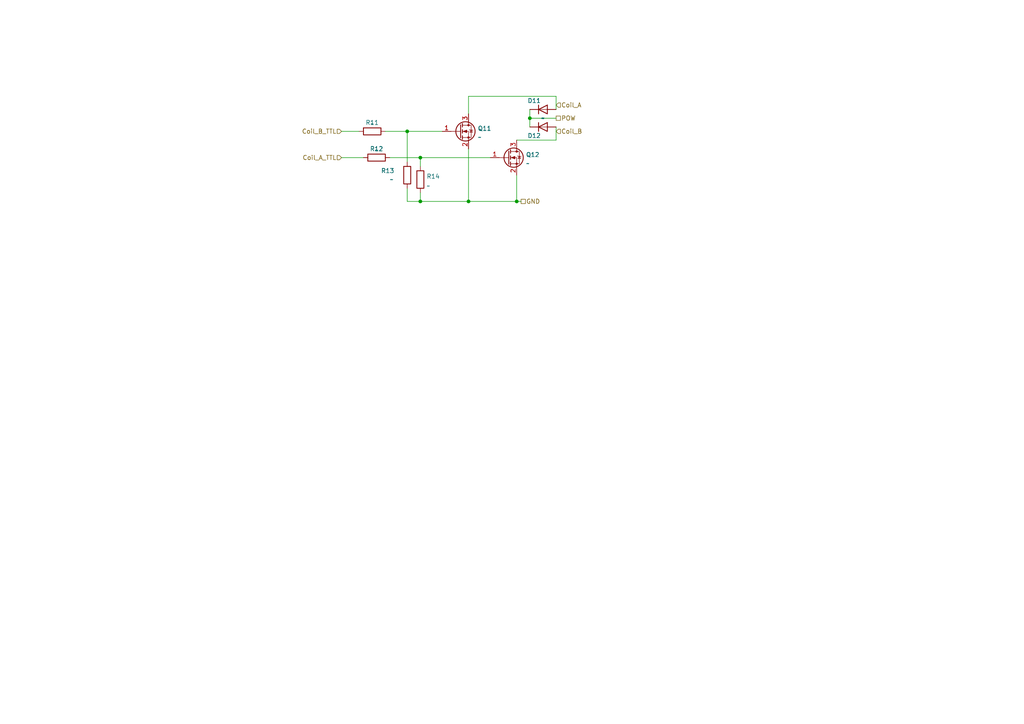
<source format=kicad_sch>
(kicad_sch (version 20230121) (generator eeschema)
  (paper "A4")
  (lib_symbols
    (symbol "Device:D" (pin_numbers hide) (pin_names (offset 1.016) hide)
      (property "Reference" "D" (at 0 2.54 0))
      (property "Value" "D" (at 0 -2.54 0))
      (symbol "D_0_1"
        (polyline (pts (xy -1.27 1.27) (xy -1.27 -1.27)) (stroke (width 0.254)))
        (polyline (pts (xy 1.27 0) (xy -1.27 0)))
        (polyline (pts (xy 1.27 1.27) (xy 1.27 -1.27) (xy -1.27 0) (xy 1.27 1.27)) (stroke (width 0.254)))
      )
      (symbol "D_1_1"
        (pin passive line (at -3.81 0 0) (length 2.54) (name "K") (number "1"))
        (pin passive line (at 3.81 0 180) (length 2.54) (name "A") (number "2"))
      )
    )
    (symbol "Device:R" (pin_numbers hide) (pin_names (offset 0))
      (property "Reference" "R" (at 2.032 0 90))
      (property "Value" "R" (at 0 0 90))
      (symbol "R_0_1"
        (rectangle (start -1.016 -2.54) (end 1.016 2.54) (stroke (width 0.254)))
      )
      (symbol "R_1_1"
        (pin passive line (at 0 3.81 270) (length 1.27) (name "~") (number "1"))
        (pin passive line (at 0 -3.81 90) (length 1.27) (name "~") (number "2"))
      )
    )
    (symbol "Transistor_FET:AO3400A" (pin_names hide)
      (property "Reference" "Q" (at 5.08 1.905 0))
      (property "Value" "AO3400A" (at 5.08 0 0))
      (symbol "AO3400A_0_1"
        (polyline (pts (xy 0.254 0) (xy -2.54 0)))
        (polyline (pts (xy 0.254 1.905) (xy 0.254 -1.905)) (stroke (width 0.254)))
        (polyline (pts (xy 0.762 -1.27) (xy 0.762 -2.286)) (stroke (width 0.254)))
        (polyline (pts (xy 0.762 0.508) (xy 0.762 -0.508)) (stroke (width 0.254)))
        (polyline (pts (xy 0.762 2.286) (xy 0.762 1.27)) (stroke (width 0.254)))
        (polyline (pts (xy 2.54 2.54) (xy 2.54 1.778)))
        (polyline (pts (xy 2.54 -2.54) (xy 2.54 0) (xy 0.762 0)))
        (polyline (pts (xy 0.762 -1.778) (xy 3.302 -1.778) (xy 3.302 1.778) (xy 0.762 1.778)))
        (polyline (pts (xy 1.016 0) (xy 2.032 0.381) (xy 2.032 -0.381) (xy 1.016 0)) (fill (type outline)))
        (polyline (pts (xy 2.794 0.508) (xy 2.921 0.381) (xy 3.683 0.381) (xy 3.81 0.254)))
        (polyline (pts (xy 3.302 0.381) (xy 2.921 -0.254) (xy 3.683 -0.254) (xy 3.302 0.381)))
        (circle (center 1.651 0) (radius 2.794) (stroke (width 0.254)))
        (circle (center 2.54 -1.778) (radius 0.254) (fill (type outline)))
        (circle (center 2.54 1.778) (radius 0.254) (fill (type outline)))
      )
      (symbol "AO3400A_1_1"
        (pin input line (at -5.08 0 0) (length 2.54) (name "G") (number "1"))
        (pin passive line (at 2.54 -5.08 90) (length 2.54) (name "S") (number "2"))
        (pin passive line (at 2.54 5.08 270) (length 2.54) (name "D") (number "3"))
      )
    )
  )
  (junction (at 153.67 34.29))
  (junction (at 149.86 58.42))
  (junction (at 135.89 58.42))
  (junction (at 121.92 58.42))
  (junction (at 121.92 45.72))
  (junction (at 118.11 38.1))
  (wire (pts (xy 118.11 58.42) (xy 121.92 58.42)))
  (wire (pts (xy 99.06 38.1) (xy 104.14 38.1)))
  (wire (pts (xy 121.92 58.42) (xy 135.89 58.42)))
  (wire (pts (xy 118.11 38.1) (xy 128.27 38.1)))
  (wire (pts (xy 118.11 38.1) (xy 118.11 46.99)))
  (wire (pts (xy 118.11 54.61) (xy 118.11 58.42)))
  (wire (pts (xy 121.92 48.26) (xy 121.92 45.72)))
  (wire (pts (xy 153.67 31.75) (xy 153.67 34.29)))
  (wire (pts (xy 111.76 38.1) (xy 118.11 38.1)))
  (wire (pts (xy 113.03 45.72) (xy 121.92 45.72)))
  (wire (pts (xy 99.06 45.72) (xy 105.41 45.72)))
  (wire (pts (xy 135.89 27.94) (xy 161.29 27.94)))
  (wire (pts (xy 161.29 36.83) (xy 161.29 40.64)))
  (wire (pts (xy 121.92 45.72) (xy 142.24 45.72)))
  (wire (pts (xy 153.67 34.29) (xy 153.67 36.83)))
  (wire (pts (xy 161.29 27.94) (xy 161.29 31.75)))
  (wire (pts (xy 149.86 58.42) (xy 151.13 58.42)))
  (wire (pts (xy 149.86 40.64) (xy 161.29 40.64)))
  (wire (pts (xy 135.89 58.42) (xy 149.86 58.42)))
  (wire (pts (xy 121.92 55.88) (xy 121.92 58.42)))
  (wire (pts (xy 149.86 50.8) (xy 149.86 58.42)))
  (wire (pts (xy 161.29 34.29) (xy 153.67 34.29)))
  (wire (pts (xy 135.89 43.18) (xy 135.89 58.42)))
  (wire (pts (xy 135.89 27.94) (xy 135.89 33.02)))
  (hierarchical_label "POW" (shape passive) (at 161.29 34.29 0))
  (hierarchical_label "Coil_B" (shape input) (at 161.29 38.1 0))
  (hierarchical_label "GND" (shape passive) (at 151.13 58.42 0))
  (hierarchical_label "Coil_A_TTL" (shape input) (at 99.06 45.72 180))
  (hierarchical_label "Coil_A" (shape input) (at 161.29 30.48 0))
  (hierarchical_label "Coil_B_TTL" (shape input) (at 99.06 38.1 180))
  (symbol (lib_id "Device:R") (at 121.92 52.07 180) (unit 1)
    (property "Reference" "R14" (at 123.698 51.1615 0) (effects (justify right)))
    (property "Value" "~" (at 123.698 53.9366 0) (effects (justify right)))
    (property "Footprint" "Resistor_SMD:R_0603_1608Metric_Pad0.98x0.95mm_HandSolder" (effects hide))
    (property "JLCPCB Part#" "C25804" (effects hide))
    (instances (project "solenoidDecoder" (path "" (reference "R14") (unit 1)) (path "" (reference "R24") (unit 1)) (path "" (reference "R34") (unit 1)) (path "" (reference "R44") (unit 1)) (path "" (reference "R54") (unit 1)) (path "" (reference "R64") (unit 1)) (path "" (reference "R74") (unit 1)) (path "" (reference "R84") (unit 1))) (project "XnetBlockUnit" (path "" (reference "R704") (unit 1)) (path "" (reference "R804") (unit 1))))
  )
  (symbol (lib_id "Device:D") (at 157.48 36.83 0) (unit 1)
    (property "Reference" "D12" (at 154.94 39.37 0))
    (property "Value" "~" (at 157.48 34.3686 0))
    (property "Footprint" "Diode_SMD:D_SMA" (effects hide))
    (property "JLCPCB Part#" "C8678" (effects hide))
    (instances (project "solenoidDecoder" (path "" (reference "D12") (unit 1)) (path "" (reference "D22") (unit 1)) (path "" (reference "D32") (unit 1)) (path "" (reference "D42") (unit 1)) (path "" (reference "D52") (unit 1)) (path "" (reference "D62") (unit 1)) (path "" (reference "D72") (unit 1)) (path "" (reference "D82") (unit 1))) (project "XnetBlockUnit" (path "" (reference "D702") (unit 1)) (path "" (reference "D802") (unit 1))))
  )
  (symbol (lib_id "Transistor_FET:AO3400A") (at 133.35 38.1 0) (unit 1)
    (property "Reference" "Q11" (at 138.557 37.2653 0) (effects (justify left)))
    (property "Value" "~" (at 138.557 39.8022 0) (effects (justify left)))
    (property "Footprint" "Package_TO_SOT_SMD:SOT-23" (effects hide))
    (property "Datasheet" "http://www.aosmd.com/pdfs/datasheet/AO3400A.pdf" (effects hide))
    (property "JLCPCB Part#" "C20917" (effects hide))
    (instances (project "solenoidDecoder" (path "" (reference "Q11") (unit 1)) (path "" (reference "Q21") (unit 1)) (path "" (reference "Q31") (unit 1)) (path "" (reference "Q41") (unit 1)) (path "" (reference "Q51") (unit 1)) (path "" (reference "Q61") (unit 1)) (path "" (reference "Q71") (unit 1)) (path "" (reference "Q81") (unit 1))) (project "XnetBlockUnit" (path "" (reference "Q701") (unit 1)) (path "" (reference "Q801") (unit 1))))
  )
  (symbol (lib_id "Device:D") (at 157.48 31.75 0) (unit 1)
    (property "Reference" "D11" (at 154.94 29.21 0))
    (property "Value" "~" (at 157.48 34.1829 0))
    (property "Footprint" "Diode_SMD:D_SMA" (effects hide))
    (property "JLCPCB Part#" "C8678" (effects hide))
    (instances (project "solenoidDecoder" (path "" (reference "D11") (unit 1)) (path "" (reference "D21") (unit 1)) (path "" (reference "D31") (unit 1)) (path "" (reference "D41") (unit 1)) (path "" (reference "D51") (unit 1)) (path "" (reference "D61") (unit 1)) (path "" (reference "D71") (unit 1)) (path "" (reference "D81") (unit 1))) (project "XnetBlockUnit" (path "" (reference "D701") (unit 1)) (path "" (reference "D801") (unit 1))))
  )
  (symbol (lib_id "Device:R") (at 118.11 50.8 180) (unit 1)
    (property "Reference" "R13" (at 110.49 49.53 0) (effects (justify right)))
    (property "Value" "~" (at 113.03 52.07 0) (effects (justify right)))
    (property "Footprint" "Resistor_SMD:R_0603_1608Metric_Pad0.98x0.95mm_HandSolder" (effects hide))
    (property "JLCPCB Part#" "C25804" (effects hide))
    (instances (project "solenoidDecoder" (path "" (reference "R13") (unit 1)) (path "" (reference "R23") (unit 1)) (path "" (reference "R33") (unit 1)) (path "" (reference "R43") (unit 1)) (path "" (reference "R53") (unit 1)) (path "" (reference "R63") (unit 1)) (path "" (reference "R73") (unit 1)) (path "" (reference "R83") (unit 1))) (project "XnetBlockUnit" (path "" (reference "R703") (unit 1)) (path "" (reference "R803") (unit 1))))
  )
  (symbol (lib_id "Transistor_FET:AO3400A") (at 147.32 45.72 0) (unit 1)
    (property "Reference" "Q12" (at 152.527 44.8853 0) (effects (justify left)))
    (property "Value" "~" (at 152.527 47.4222 0) (effects (justify left)))
    (property "Footprint" "Package_TO_SOT_SMD:SOT-23" (effects hide))
    (property "Datasheet" "http://www.aosmd.com/pdfs/datasheet/AO3400A.pdf" (effects hide))
    (property "JLCPCB Part#" "C20917" (effects hide))
    (instances (project "solenoidDecoder" (path "" (reference "Q12") (unit 1)) (path "" (reference "Q22") (unit 1)) (path "" (reference "Q32") (unit 1)) (path "" (reference "Q42") (unit 1)) (path "" (reference "Q52") (unit 1)) (path "" (reference "Q62") (unit 1)) (path "" (reference "Q72") (unit 1)) (path "" (reference "Q82") (unit 1))) (project "XnetBlockUnit" (path "" (reference "Q702") (unit 1)) (path "" (reference "Q802") (unit 1))))
  )
  (symbol (lib_id "Device:R") (at 109.22 45.72 90) (unit 1)
    (property "Reference" "R12" (at 109.22 43.18 90))
    (property "Value" "~" (at 109.22 43.5411 90))
    (property "Footprint" "Resistor_SMD:R_0603_1608Metric_Pad0.98x0.95mm_HandSolder" (effects hide))
    (property "JLCPCB Part#" "C23345" (effects hide))
    (instances (project "solenoidDecoder" (path "" (reference "R12") (unit 1)) (path "" (reference "R22") (unit 1)) (path "" (reference "R32") (unit 1)) (path "" (reference "R42") (unit 1)) (path "" (reference "R52") (unit 1)) (path "" (reference "R62") (unit 1)) (path "" (reference "R72") (unit 1)) (path "" (reference "R82") (unit 1))) (project "XnetBlockUnit" (path "" (reference "R702") (unit 1)) (path "" (reference "R802") (unit 1))))
  )
  (symbol (lib_id "Device:R") (at 107.95 38.1 90) (unit 1)
    (property "Reference" "R11" (at 107.95 35.56 90))
    (property "Value" "~" (at 107.95 35.8926 90))
    (property "Footprint" "Resistor_SMD:R_0603_1608Metric_Pad0.98x0.95mm_HandSolder" (effects hide))
    (property "JLCPCB Part#" "C23345" (effects hide))
    (instances (project "solenoidDecoder" (path "" (reference "R11") (unit 1)) (path "" (reference "R21") (unit 1)) (path "" (reference "R31") (unit 1)) (path "" (reference "R41") (unit 1)) (path "" (reference "R51") (unit 1)) (path "" (reference "R61") (unit 1)) (path "" (reference "R71") (unit 1)) (path "" (reference "R81") (unit 1))) (project "XnetBlockUnit" (path "" (reference "R701") (unit 1)) (path "" (reference "R801") (unit 1))))
  )
)
</source>
